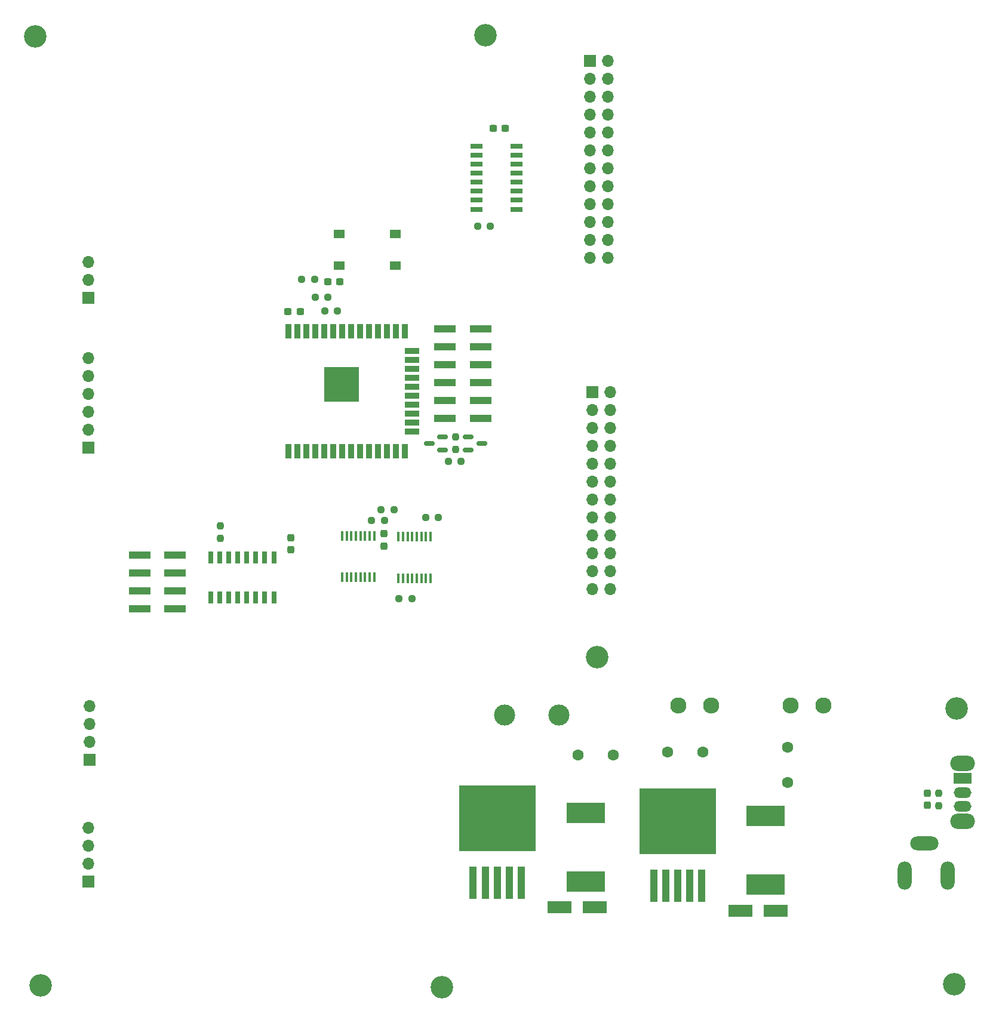
<source format=gbs>
%TF.GenerationSoftware,KiCad,Pcbnew,(6.0.9)*%
%TF.CreationDate,2022-11-22T22:59:20+01:00*%
%TF.ProjectId,Testapparaat,54657374-6170-4706-9172-6161742e6b69,rev?*%
%TF.SameCoordinates,Original*%
%TF.FileFunction,Soldermask,Bot*%
%TF.FilePolarity,Negative*%
%FSLAX46Y46*%
G04 Gerber Fmt 4.6, Leading zero omitted, Abs format (unit mm)*
G04 Created by KiCad (PCBNEW (6.0.9)) date 2022-11-22 22:59:20*
%MOMM*%
%LPD*%
G01*
G04 APERTURE LIST*
G04 Aperture macros list*
%AMRoundRect*
0 Rectangle with rounded corners*
0 $1 Rounding radius*
0 $2 $3 $4 $5 $6 $7 $8 $9 X,Y pos of 4 corners*
0 Add a 4 corners polygon primitive as box body*
4,1,4,$2,$3,$4,$5,$6,$7,$8,$9,$2,$3,0*
0 Add four circle primitives for the rounded corners*
1,1,$1+$1,$2,$3*
1,1,$1+$1,$4,$5*
1,1,$1+$1,$6,$7*
1,1,$1+$1,$8,$9*
0 Add four rect primitives between the rounded corners*
20,1,$1+$1,$2,$3,$4,$5,0*
20,1,$1+$1,$4,$5,$6,$7,0*
20,1,$1+$1,$6,$7,$8,$9,0*
20,1,$1+$1,$8,$9,$2,$3,0*%
G04 Aperture macros list end*
%ADD10O,3.500000X2.200000*%
%ADD11R,2.500000X1.500000*%
%ADD12O,2.500000X1.500000*%
%ADD13C,1.600000*%
%ADD14C,3.000000*%
%ADD15R,1.700000X1.700000*%
%ADD16O,1.700000X1.700000*%
%ADD17C,3.200000*%
%ADD18O,2.000000X4.000000*%
%ADD19O,4.000000X2.000000*%
%ADD20R,3.500000X1.800000*%
%ADD21RoundRect,0.237500X-0.237500X0.300000X-0.237500X-0.300000X0.237500X-0.300000X0.237500X0.300000X0*%
%ADD22RoundRect,0.150000X0.587500X0.150000X-0.587500X0.150000X-0.587500X-0.150000X0.587500X-0.150000X0*%
%ADD23R,5.400000X2.900000*%
%ADD24RoundRect,0.237500X0.250000X0.237500X-0.250000X0.237500X-0.250000X-0.237500X0.250000X-0.237500X0*%
%ADD25R,0.800000X1.750000*%
%ADD26R,0.700000X1.750000*%
%ADD27R,1.750000X0.800000*%
%ADD28R,1.750000X0.700000*%
%ADD29RoundRect,0.237500X-0.250000X-0.237500X0.250000X-0.237500X0.250000X0.237500X-0.250000X0.237500X0*%
%ADD30R,0.900000X2.000000*%
%ADD31R,2.000000X0.900000*%
%ADD32R,5.000000X5.000000*%
%ADD33R,1.100000X4.600000*%
%ADD34R,10.800000X9.400000*%
%ADD35RoundRect,0.237500X-0.300000X-0.237500X0.300000X-0.237500X0.300000X0.237500X-0.300000X0.237500X0*%
%ADD36R,0.450000X1.475000*%
%ADD37C,2.300000*%
%ADD38R,3.150000X1.000000*%
%ADD39RoundRect,0.237500X0.300000X0.237500X-0.300000X0.237500X-0.300000X-0.237500X0.300000X-0.237500X0*%
%ADD40RoundRect,0.150000X-0.587500X-0.150000X0.587500X-0.150000X0.587500X0.150000X-0.587500X0.150000X0*%
%ADD41RoundRect,0.237500X-0.237500X0.250000X-0.237500X-0.250000X0.237500X-0.250000X0.237500X0.250000X0*%
%ADD42R,1.550000X1.300000*%
G04 APERTURE END LIST*
D10*
%TO.C,SW2*%
X229489000Y-131264500D03*
X229489000Y-139464500D03*
D11*
X229489000Y-133364500D03*
D12*
X229489000Y-135364500D03*
X229489000Y-137364500D03*
%TD*%
D13*
%TO.C,C8*%
X204622000Y-133925500D03*
X204622000Y-128925500D03*
%TD*%
D14*
%TO.C,J9*%
X172247000Y-124425500D03*
%TD*%
D15*
%TO.C,J7*%
X105522000Y-65215500D03*
D16*
X105522000Y-62675500D03*
X105522000Y-60135500D03*
%TD*%
D15*
%TO.C,J2*%
X176664000Y-31571000D03*
D16*
X179204000Y-31571000D03*
X176664000Y-34111000D03*
X179204000Y-34111000D03*
X176664000Y-36651000D03*
X179204000Y-36651000D03*
X176664000Y-39191000D03*
X179204000Y-39191000D03*
X176664000Y-41731000D03*
X179204000Y-41731000D03*
X176664000Y-44271000D03*
X179204000Y-44271000D03*
X176664000Y-46811000D03*
X179204000Y-46811000D03*
X176664000Y-49351000D03*
X179204000Y-49351000D03*
X176664000Y-51891000D03*
X179204000Y-51891000D03*
X176664000Y-54431000D03*
X179204000Y-54431000D03*
X176664000Y-56971000D03*
X179204000Y-56971000D03*
X176664000Y-59511000D03*
X179204000Y-59511000D03*
%TD*%
D17*
%TO.C,*%
X97947000Y-28150500D03*
%TD*%
%TO.C,*%
X155622000Y-163025500D03*
%TD*%
D18*
%TO.C,J8*%
X221215500Y-147196500D03*
D19*
X224015500Y-142596500D03*
D18*
X227315500Y-147196500D03*
%TD*%
D13*
%TO.C,C2*%
X192622000Y-129625500D03*
X187622000Y-129625500D03*
%TD*%
D17*
%TO.C,MP\u002A\u002A*%
X177622000Y-116175500D03*
%TD*%
%TO.C,*%
X228647000Y-123475500D03*
%TD*%
%TO.C,*%
X161847000Y-27975500D03*
%TD*%
D15*
%TO.C,J6*%
X105647000Y-130775500D03*
D16*
X105647000Y-128235500D03*
X105647000Y-125695500D03*
X105647000Y-123155500D03*
%TD*%
D15*
%TO.C,J3*%
X176964000Y-78621000D03*
D16*
X179504000Y-78621000D03*
X176964000Y-81161000D03*
X179504000Y-81161000D03*
X176964000Y-83701000D03*
X179504000Y-83701000D03*
X176964000Y-86241000D03*
X179504000Y-86241000D03*
X176964000Y-88781000D03*
X179504000Y-88781000D03*
X176964000Y-91321000D03*
X179504000Y-91321000D03*
X176964000Y-93861000D03*
X179504000Y-93861000D03*
X176964000Y-96401000D03*
X179504000Y-96401000D03*
X176964000Y-98941000D03*
X179504000Y-98941000D03*
X176964000Y-101481000D03*
X179504000Y-101481000D03*
X176964000Y-104021000D03*
X179504000Y-104021000D03*
X176964000Y-106561000D03*
X179504000Y-106561000D03*
%TD*%
D17*
%TO.C,*%
X228247000Y-162575500D03*
%TD*%
D15*
%TO.C,J1*%
X105547000Y-86425500D03*
D16*
X105547000Y-83885500D03*
X105547000Y-81345500D03*
X105547000Y-78805500D03*
X105547000Y-76265500D03*
X105547000Y-73725500D03*
%TD*%
D14*
%TO.C,J10*%
X164547000Y-124375500D03*
%TD*%
D15*
%TO.C,J12*%
X105522000Y-147975500D03*
D16*
X105522000Y-145435500D03*
X105522000Y-142895500D03*
X105522000Y-140355500D03*
%TD*%
D13*
%TO.C,C9*%
X179959000Y-130062500D03*
X174959000Y-130062500D03*
%TD*%
D17*
%TO.C,*%
X98697000Y-162750500D03*
%TD*%
D20*
%TO.C,D2*%
X172304000Y-151652500D03*
X177304000Y-151652500D03*
%TD*%
D21*
%TO.C,C14*%
X134247000Y-99225500D03*
X134247000Y-100950500D03*
%TD*%
D22*
%TO.C,Q1*%
X155697000Y-84925500D03*
X155697000Y-86825500D03*
X153822000Y-85875500D03*
%TD*%
D21*
%TO.C,C17*%
X147377000Y-98678000D03*
X147377000Y-100403000D03*
%TD*%
D23*
%TO.C,L2*%
X176073000Y-147999850D03*
X176073000Y-138299850D03*
%TD*%
D24*
%TO.C,R19*%
X155147000Y-96340500D03*
X153322000Y-96340500D03*
%TD*%
D25*
%TO.C,U4*%
X131842000Y-107725500D03*
D26*
X130522000Y-107725500D03*
X129252000Y-107725500D03*
X127982000Y-107725500D03*
X126712000Y-107725500D03*
X125442000Y-107725500D03*
X124172000Y-107725500D03*
D25*
X122852000Y-107725500D03*
X122852000Y-102075500D03*
D26*
X124172000Y-102075500D03*
X125442000Y-102075500D03*
X126712000Y-102075500D03*
X127982000Y-102075500D03*
X129252000Y-102075500D03*
X130522000Y-102075500D03*
D25*
X131842000Y-102075500D03*
%TD*%
D27*
%TO.C,U1*%
X166197000Y-43680500D03*
D28*
X166197000Y-45000500D03*
X166197000Y-46270500D03*
X166197000Y-47540500D03*
X166197000Y-48810500D03*
X166197000Y-50080500D03*
X166197000Y-51350500D03*
D27*
X166197000Y-52670500D03*
X160547000Y-52670500D03*
D28*
X160547000Y-51350500D03*
X160547000Y-50080500D03*
X160547000Y-48810500D03*
X160547000Y-47540500D03*
X160547000Y-46270500D03*
X160547000Y-45000500D03*
D27*
X160547000Y-43680500D03*
%TD*%
D21*
%TO.C,C3*%
X224436250Y-135449500D03*
X224436250Y-137174500D03*
%TD*%
D29*
%TO.C,R38*%
X147004500Y-95240500D03*
X148829500Y-95240500D03*
%TD*%
D30*
%TO.C,U2*%
X133892000Y-69950500D03*
X135162000Y-69950500D03*
X136432000Y-69950500D03*
X137702000Y-69950500D03*
X138972000Y-69950500D03*
X140242000Y-69950500D03*
X141512000Y-69950500D03*
X142782000Y-69950500D03*
X144052000Y-69950500D03*
X145322000Y-69950500D03*
X146592000Y-69950500D03*
X147862000Y-69950500D03*
X149132000Y-69950500D03*
X150402000Y-69950500D03*
D31*
X151402000Y-72735500D03*
X151402000Y-74005500D03*
X151402000Y-75275500D03*
X151402000Y-76545500D03*
X151402000Y-77815500D03*
X151402000Y-79085500D03*
X151402000Y-80355500D03*
X151402000Y-81625500D03*
X151402000Y-82895500D03*
X151402000Y-84165500D03*
D30*
X150402000Y-86950500D03*
X149132000Y-86950500D03*
X147862000Y-86950500D03*
X146592000Y-86950500D03*
X145322000Y-86950500D03*
X144052000Y-86950500D03*
X142782000Y-86950500D03*
X141512000Y-86950500D03*
X140242000Y-86950500D03*
X138972000Y-86950500D03*
X137702000Y-86950500D03*
X136432000Y-86950500D03*
X135162000Y-86950500D03*
X133892000Y-86950500D03*
D32*
X141392000Y-77450500D03*
%TD*%
D33*
%TO.C,U10*%
X192497000Y-148600500D03*
X190797000Y-148600500D03*
X189097000Y-148600500D03*
D34*
X189097000Y-139450500D03*
D33*
X187397000Y-148600500D03*
X185697000Y-148600500D03*
%TD*%
D35*
%TO.C,C16*%
X162872000Y-41150500D03*
X164597000Y-41150500D03*
%TD*%
D29*
%TO.C,R40*%
X145672000Y-96775500D03*
X147497000Y-96775500D03*
%TD*%
D24*
%TO.C,R41*%
X151372000Y-107850500D03*
X149547000Y-107850500D03*
%TD*%
D36*
%TO.C,U5*%
X149472000Y-99112500D03*
X150122000Y-99112500D03*
X150772000Y-99112500D03*
X151422000Y-99112500D03*
X152072000Y-99112500D03*
X152722000Y-99112500D03*
X153372000Y-99112500D03*
X154022000Y-99112500D03*
X154022000Y-104988500D03*
X153372000Y-104988500D03*
X152722000Y-104988500D03*
X152072000Y-104988500D03*
X151422000Y-104988500D03*
X150772000Y-104988500D03*
X150122000Y-104988500D03*
X149472000Y-104988500D03*
%TD*%
D29*
%TO.C,R5*%
X156522000Y-88375500D03*
X158347000Y-88375500D03*
%TD*%
D24*
%TO.C,R20*%
X162519500Y-55080500D03*
X160694500Y-55080500D03*
%TD*%
D37*
%TO.C,F1*%
X205097000Y-123000500D03*
X209697000Y-123000500D03*
X189197000Y-123000500D03*
X193797000Y-123000500D03*
%TD*%
D38*
%TO.C,J4*%
X161097000Y-69590500D03*
X156047000Y-69590500D03*
X161097000Y-72130500D03*
X156047000Y-72130500D03*
X161097000Y-74670500D03*
X156047000Y-74670500D03*
X161097000Y-77210500D03*
X156047000Y-77210500D03*
X161097000Y-79750500D03*
X156047000Y-79750500D03*
X161097000Y-82290500D03*
X156047000Y-82290500D03*
%TD*%
D36*
%TO.C,U7*%
X146027000Y-104868500D03*
X145377000Y-104868500D03*
X144727000Y-104868500D03*
X144077000Y-104868500D03*
X143427000Y-104868500D03*
X142777000Y-104868500D03*
X142127000Y-104868500D03*
X141477000Y-104868500D03*
X141477000Y-98992500D03*
X142127000Y-98992500D03*
X142777000Y-98992500D03*
X143427000Y-98992500D03*
X144077000Y-98992500D03*
X144727000Y-98992500D03*
X145377000Y-98992500D03*
X146027000Y-98992500D03*
%TD*%
D39*
%TO.C,C1*%
X141169500Y-62910500D03*
X139444500Y-62910500D03*
%TD*%
D29*
%TO.C,R36*%
X139022000Y-67050500D03*
X140847000Y-67050500D03*
%TD*%
D39*
%TO.C,C12*%
X135522000Y-67200500D03*
X133797000Y-67200500D03*
%TD*%
D23*
%TO.C,L1*%
X201549000Y-148397850D03*
X201549000Y-138697850D03*
%TD*%
D33*
%TO.C,U11*%
X166868000Y-148217500D03*
X165168000Y-148217500D03*
X163468000Y-148217500D03*
D34*
X163468000Y-139067500D03*
D33*
X161768000Y-148217500D03*
X160068000Y-148217500D03*
%TD*%
D20*
%TO.C,D1*%
X197993000Y-152160500D03*
X202993000Y-152160500D03*
%TD*%
D38*
%TO.C,J14*%
X117822000Y-101700500D03*
X112772000Y-101700500D03*
X117822000Y-104240500D03*
X112772000Y-104240500D03*
X117822000Y-106780500D03*
X112772000Y-106780500D03*
X117822000Y-109320500D03*
X112772000Y-109320500D03*
%TD*%
D40*
%TO.C,Q2*%
X159384500Y-86825500D03*
X159384500Y-84925500D03*
X161259500Y-85875500D03*
%TD*%
D41*
%TO.C,R6*%
X226052250Y-135443500D03*
X226052250Y-137268500D03*
%TD*%
%TO.C,R4*%
X157547000Y-84925500D03*
X157547000Y-86750500D03*
%TD*%
D29*
%TO.C,R37*%
X137672000Y-65150500D03*
X139497000Y-65150500D03*
%TD*%
D41*
%TO.C,R1*%
X124247000Y-97530500D03*
X124247000Y-99355500D03*
%TD*%
D29*
%TO.C,R3*%
X135747000Y-62600500D03*
X137572000Y-62600500D03*
%TD*%
D42*
%TO.C,SW1*%
X149022000Y-56180500D03*
X141072000Y-56180500D03*
X141072000Y-60680500D03*
X149022000Y-60680500D03*
%TD*%
M02*

</source>
